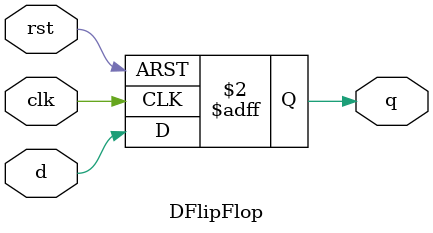
<source format=sv>
`timescale 1ns/1ps

module DFlipFlop #(parameter n = 1)(
    input logic clk,
    input logic [n-1:0] d,
    input logic rst,
    output logic [n-1:0] q
);

//asynchronous reset
    always_ff @(posedge clk, posedge rst)
        if (rst) q <= '0;
        else q <= d;

endmodule

//synchronous reset
//    always_ff @(posedge clk)
//        if (reset) q <= '0;
//        else q <= d;

</source>
